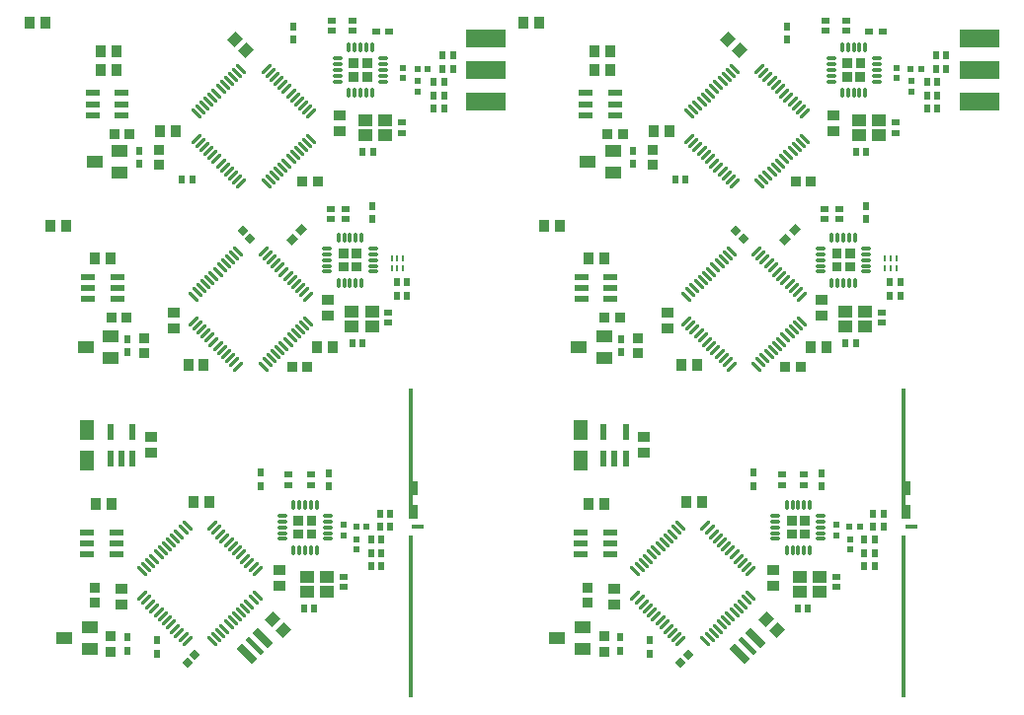
<source format=gtp>
G04*
G04 #@! TF.GenerationSoftware,Altium Limited,Altium Designer,22.10.1 (41)*
G04*
G04 Layer_Color=8421504*
%FSTAX24Y24*%
%MOIN*%
G70*
G04*
G04 #@! TF.SameCoordinates,68DEA821-BA8F-46B5-960C-AC53CEFB18E0*
G04*
G04*
G04 #@! TF.FilePolarity,Positive*
G04*
G01*
G75*
%ADD10R,0.0252X0.0236*%
G04:AMPARAMS|DCode=11|XSize=11.8mil|YSize=47.2mil|CornerRadius=0mil|HoleSize=0mil|Usage=FLASHONLY|Rotation=135.000|XOffset=0mil|YOffset=0mil|HoleType=Round|Shape=Round|*
%AMOVALD11*
21,1,0.0354,0.0118,0.0000,0.0000,225.0*
1,1,0.0118,0.0125,0.0125*
1,1,0.0118,-0.0125,-0.0125*
%
%ADD11OVALD11*%

G04:AMPARAMS|DCode=12|XSize=11.8mil|YSize=47.2mil|CornerRadius=0mil|HoleSize=0mil|Usage=FLASHONLY|Rotation=225.000|XOffset=0mil|YOffset=0mil|HoleType=Round|Shape=Round|*
%AMOVALD12*
21,1,0.0354,0.0118,0.0000,0.0000,315.0*
1,1,0.0118,-0.0125,0.0125*
1,1,0.0118,0.0125,-0.0125*
%
%ADD12OVALD12*%

%ADD13R,0.0236X0.0295*%
G04:AMPARAMS|DCode=14|XSize=47.6mil|YSize=23.2mil|CornerRadius=2.9mil|HoleSize=0mil|Usage=FLASHONLY|Rotation=0.000|XOffset=0mil|YOffset=0mil|HoleType=Round|Shape=RoundedRectangle|*
%AMROUNDEDRECTD14*
21,1,0.0476,0.0174,0,0,0.0*
21,1,0.0418,0.0232,0,0,0.0*
1,1,0.0058,0.0209,-0.0087*
1,1,0.0058,-0.0209,-0.0087*
1,1,0.0058,-0.0209,0.0087*
1,1,0.0058,0.0209,0.0087*
%
%ADD14ROUNDEDRECTD14*%
%ADD15R,0.0236X0.0252*%
%ADD16R,0.0394X0.0354*%
%ADD17R,0.0472X0.0394*%
%ADD18R,0.0197X0.0236*%
%ADD19R,0.0236X0.0197*%
%ADD20R,0.0354X0.0394*%
G04:AMPARAMS|DCode=21|XSize=23.6mil|YSize=74.8mil|CornerRadius=0mil|HoleSize=0mil|Usage=FLASHONLY|Rotation=45.000|XOffset=0mil|YOffset=0mil|HoleType=Round|Shape=Rectangle|*
%AMROTATEDRECTD21*
4,1,4,0.0181,-0.0348,-0.0348,0.0181,-0.0181,0.0348,0.0348,-0.0181,0.0181,-0.0348,0.0*
%
%ADD21ROTATEDRECTD21*%

G04:AMPARAMS|DCode=22|XSize=15.7mil|YSize=74.8mil|CornerRadius=0mil|HoleSize=0mil|Usage=FLASHONLY|Rotation=45.000|XOffset=0mil|YOffset=0mil|HoleType=Round|Shape=Rectangle|*
%AMROTATEDRECTD22*
4,1,4,0.0209,-0.0320,-0.0320,0.0209,-0.0209,0.0320,0.0320,-0.0209,0.0209,-0.0320,0.0*
%
%ADD22ROTATEDRECTD22*%

G04:AMPARAMS|DCode=23|XSize=39.4mil|YSize=35.4mil|CornerRadius=0mil|HoleSize=0mil|Usage=FLASHONLY|Rotation=45.000|XOffset=0mil|YOffset=0mil|HoleType=Round|Shape=Rectangle|*
%AMROTATEDRECTD23*
4,1,4,-0.0014,-0.0264,-0.0264,-0.0014,0.0014,0.0264,0.0264,0.0014,-0.0014,-0.0264,0.0*
%
%ADD23ROTATEDRECTD23*%

G04:AMPARAMS|DCode=24|XSize=25.2mil|YSize=23.6mil|CornerRadius=0mil|HoleSize=0mil|Usage=FLASHONLY|Rotation=135.000|XOffset=0mil|YOffset=0mil|HoleType=Round|Shape=Rectangle|*
%AMROTATEDRECTD24*
4,1,4,0.0173,-0.0006,0.0006,-0.0173,-0.0173,0.0006,-0.0006,0.0173,0.0173,-0.0006,0.0*
%
%ADD24ROTATEDRECTD24*%

%ADD25R,0.0374X0.0335*%
G04:AMPARAMS|DCode=26|XSize=31.9mil|YSize=10.2mil|CornerRadius=1.3mil|HoleSize=0mil|Usage=FLASHONLY|Rotation=90.000|XOffset=0mil|YOffset=0mil|HoleType=Round|Shape=RoundedRectangle|*
%AMROUNDEDRECTD26*
21,1,0.0319,0.0077,0,0,90.0*
21,1,0.0293,0.0102,0,0,90.0*
1,1,0.0026,0.0038,0.0147*
1,1,0.0026,0.0038,-0.0147*
1,1,0.0026,-0.0038,-0.0147*
1,1,0.0026,-0.0038,0.0147*
%
%ADD26ROUNDEDRECTD26*%
G04:AMPARAMS|DCode=27|XSize=31.9mil|YSize=10.2mil|CornerRadius=1.3mil|HoleSize=0mil|Usage=FLASHONLY|Rotation=0.000|XOffset=0mil|YOffset=0mil|HoleType=Round|Shape=RoundedRectangle|*
%AMROUNDEDRECTD27*
21,1,0.0319,0.0077,0,0,0.0*
21,1,0.0293,0.0102,0,0,0.0*
1,1,0.0026,0.0147,-0.0038*
1,1,0.0026,-0.0147,-0.0038*
1,1,0.0026,-0.0147,0.0038*
1,1,0.0026,0.0147,0.0038*
%
%ADD27ROUNDEDRECTD27*%
%ADD29R,0.0118X0.5512*%
%ADD30R,0.0394X0.0181*%
%ADD31R,0.0197X0.0472*%
%ADD32R,0.0118X0.4409*%
%ADD33R,0.0551X0.0394*%
%ADD34R,0.0236X0.0520*%
%ADD35R,0.0484X0.0709*%
%ADD46R,0.0295X0.0236*%
%ADD47R,0.1378X0.0591*%
%ADD48R,0.0335X0.0374*%
%ADD54R,0.0236X0.0295*%
%ADD55R,0.0252X0.0236*%
G04:AMPARAMS|DCode=56|XSize=47.6mil|YSize=23.2mil|CornerRadius=2.9mil|HoleSize=0mil|Usage=FLASHONLY|Rotation=360.000|XOffset=0mil|YOffset=0mil|HoleType=Round|Shape=RoundedRectangle|*
%AMROUNDEDRECTD56*
21,1,0.0476,0.0174,0,0,360.0*
21,1,0.0418,0.0232,0,0,360.0*
1,1,0.0058,0.0209,-0.0087*
1,1,0.0058,-0.0209,-0.0087*
1,1,0.0058,-0.0209,0.0087*
1,1,0.0058,0.0209,0.0087*
%
%ADD56ROUNDEDRECTD56*%
G04:AMPARAMS|DCode=57|XSize=31.9mil|YSize=10.2mil|CornerRadius=1.3mil|HoleSize=0mil|Usage=FLASHONLY|Rotation=360.000|XOffset=0mil|YOffset=0mil|HoleType=Round|Shape=RoundedRectangle|*
%AMROUNDEDRECTD57*
21,1,0.0319,0.0077,0,0,360.0*
21,1,0.0293,0.0102,0,0,360.0*
1,1,0.0026,0.0147,-0.0038*
1,1,0.0026,-0.0147,-0.0038*
1,1,0.0026,-0.0147,0.0038*
1,1,0.0026,0.0147,0.0038*
%
%ADD57ROUNDEDRECTD57*%
%ADD59R,0.0394X0.0354*%
%ADD60R,0.0098X0.0217*%
G04:AMPARAMS|DCode=61|XSize=23.6mil|YSize=29.5mil|CornerRadius=0mil|HoleSize=0mil|Usage=FLASHONLY|Rotation=315.000|XOffset=0mil|YOffset=0mil|HoleType=Round|Shape=Rectangle|*
%AMROTATEDRECTD61*
4,1,4,-0.0188,-0.0021,0.0021,0.0188,0.0188,0.0021,-0.0021,-0.0188,-0.0188,-0.0021,0.0*
%
%ADD61ROTATEDRECTD61*%

G04:AMPARAMS|DCode=62|XSize=25.2mil|YSize=23.6mil|CornerRadius=0mil|HoleSize=0mil|Usage=FLASHONLY|Rotation=45.000|XOffset=0mil|YOffset=0mil|HoleType=Round|Shape=Rectangle|*
%AMROTATEDRECTD62*
4,1,4,-0.0006,-0.0173,-0.0173,-0.0006,0.0006,0.0173,0.0173,0.0006,-0.0006,-0.0173,0.0*
%
%ADD62ROTATEDRECTD62*%

G36*
X03205Y025504D02*
X031727D01*
Y025826D01*
X03205D01*
Y025504D01*
D02*
G37*
G36*
X015397D02*
X015074D01*
Y025826D01*
X015397D01*
Y025504D01*
D02*
G37*
G36*
X032499Y025504D02*
X032177D01*
Y025826D01*
X032499D01*
Y025504D01*
D02*
G37*
G36*
X015846D02*
X015523D01*
Y025826D01*
X015846D01*
Y025504D01*
D02*
G37*
G36*
X032499Y025055D02*
X032176D01*
Y025378D01*
X032499D01*
Y025055D01*
D02*
G37*
G36*
X015846D02*
X015523D01*
Y025378D01*
X015846D01*
Y025055D01*
D02*
G37*
G36*
X03205Y025055D02*
X031727D01*
Y025378D01*
X03205D01*
Y025055D01*
D02*
G37*
G36*
X015397D02*
X015074D01*
Y025378D01*
X015397D01*
Y025055D01*
D02*
G37*
G36*
X0317Y019083D02*
X031377D01*
Y019406D01*
X0317D01*
Y019083D01*
D02*
G37*
G36*
X015047D02*
X014724D01*
Y019406D01*
X015047D01*
Y019083D01*
D02*
G37*
G36*
X032149Y019083D02*
X031827D01*
Y019406D01*
X032149D01*
Y019083D01*
D02*
G37*
G36*
X015496D02*
X015173D01*
Y019406D01*
X015496D01*
Y019083D01*
D02*
G37*
G36*
X032149Y018634D02*
X031826D01*
Y018957D01*
X032149D01*
Y018634D01*
D02*
G37*
G36*
X015496D02*
X015173D01*
Y018957D01*
X015496D01*
Y018634D01*
D02*
G37*
G36*
X0317Y018634D02*
X031377D01*
Y018957D01*
X0317D01*
Y018634D01*
D02*
G37*
G36*
X015047D02*
X014724D01*
Y018957D01*
X015047D01*
Y018634D01*
D02*
G37*
G36*
X030178Y01005D02*
X029854D01*
Y010373D01*
X030178D01*
Y01005D01*
D02*
G37*
G36*
X013524D02*
X013201D01*
Y010373D01*
X013524D01*
Y01005D01*
D02*
G37*
G36*
X030626Y01005D02*
X030304D01*
Y010373D01*
X030626D01*
Y01005D01*
D02*
G37*
G36*
X013973D02*
X01365D01*
Y010373D01*
X013973D01*
Y01005D01*
D02*
G37*
G36*
X030626Y009601D02*
X030304D01*
Y009924D01*
X030626D01*
Y009601D01*
D02*
G37*
G36*
X013973D02*
X01365D01*
Y009924D01*
X013973D01*
Y009601D01*
D02*
G37*
G36*
X030178Y009601D02*
X029855D01*
Y009924D01*
X030178D01*
Y009601D01*
D02*
G37*
G36*
X013524D02*
X013201D01*
Y009924D01*
X013524D01*
Y009601D01*
D02*
G37*
D10*
X029691Y01176D02*
D03*
Y011414D02*
D03*
X031541Y00831D02*
D03*
Y007964D02*
D03*
X030441Y011414D02*
D03*
Y01176D02*
D03*
X013037D02*
D03*
Y011414D02*
D03*
X014887Y00831D02*
D03*
Y007964D02*
D03*
X013787Y011414D02*
D03*
Y01176D02*
D03*
X01521Y027114D02*
D03*
Y026767D02*
D03*
X01451Y027114D02*
D03*
Y026767D02*
D03*
X01686Y023317D02*
D03*
Y023664D02*
D03*
X033513Y023317D02*
D03*
Y023664D02*
D03*
X01496Y020397D02*
D03*
Y020743D02*
D03*
X01446Y020397D02*
D03*
Y020743D02*
D03*
X01641Y016897D02*
D03*
Y017243D02*
D03*
X033063Y016897D02*
D03*
Y017243D02*
D03*
D11*
X026273Y006138D02*
D03*
X026134Y006277D02*
D03*
X025995Y006417D02*
D03*
X025855Y006556D02*
D03*
X025716Y006695D02*
D03*
X025577Y006834D02*
D03*
X025438Y006973D02*
D03*
X025299Y007113D02*
D03*
X025159Y007252D02*
D03*
X02502Y007391D02*
D03*
X024881Y00753D02*
D03*
X024742Y007669D02*
D03*
X027108Y010036D02*
D03*
X027247Y009897D02*
D03*
X027387Y009757D02*
D03*
X027526Y009618D02*
D03*
X027665Y009479D02*
D03*
X027804Y00934D02*
D03*
X027943Y009201D02*
D03*
X028082Y009061D02*
D03*
X028222Y008922D02*
D03*
X028361Y008783D02*
D03*
X0285Y008644D02*
D03*
X028639Y008505D02*
D03*
X009619Y006138D02*
D03*
X00948Y006277D02*
D03*
X009341Y006417D02*
D03*
X009202Y006556D02*
D03*
X009063Y006695D02*
D03*
X008923Y006834D02*
D03*
X008784Y006973D02*
D03*
X008645Y007113D02*
D03*
X008506Y007252D02*
D03*
X008367Y007391D02*
D03*
X008227Y00753D02*
D03*
X008088Y007669D02*
D03*
X010455Y010036D02*
D03*
X010594Y009897D02*
D03*
X010733Y009757D02*
D03*
X010872Y009618D02*
D03*
X011011Y009479D02*
D03*
X011151Y00934D02*
D03*
X01129Y009201D02*
D03*
X011429Y009061D02*
D03*
X011568Y008922D02*
D03*
X011707Y008783D02*
D03*
X011847Y008644D02*
D03*
X011986Y008505D02*
D03*
X013809Y023958D02*
D03*
X013669Y024097D02*
D03*
X01353Y024237D02*
D03*
X013391Y024376D02*
D03*
X013252Y024515D02*
D03*
X013113Y024654D02*
D03*
X012973Y024793D02*
D03*
X012834Y024932D02*
D03*
X012695Y025072D02*
D03*
X012556Y025211D02*
D03*
X012417Y02535D02*
D03*
X012277Y025489D02*
D03*
X009911Y023123D02*
D03*
X01005Y022984D02*
D03*
X01019Y022845D02*
D03*
X010329Y022705D02*
D03*
X010468Y022566D02*
D03*
X010607Y022427D02*
D03*
X010746Y022288D02*
D03*
X010886Y022149D02*
D03*
X011025Y022009D02*
D03*
X011164Y02187D02*
D03*
X011303Y021731D02*
D03*
X011442Y021592D02*
D03*
X030462Y023958D02*
D03*
X030323Y024097D02*
D03*
X030184Y024237D02*
D03*
X030045Y024376D02*
D03*
X029905Y024515D02*
D03*
X029766Y024654D02*
D03*
X029627Y024793D02*
D03*
X029488Y024932D02*
D03*
X029349Y025072D02*
D03*
X029209Y025211D02*
D03*
X02907Y02535D02*
D03*
X028931Y025489D02*
D03*
X026565Y023123D02*
D03*
X026704Y022984D02*
D03*
X026843Y022845D02*
D03*
X026982Y022705D02*
D03*
X027122Y022566D02*
D03*
X027261Y022427D02*
D03*
X0274Y022288D02*
D03*
X027539Y022149D02*
D03*
X027678Y022009D02*
D03*
X027817Y02187D02*
D03*
X027957Y021731D02*
D03*
X028096Y021592D02*
D03*
X011342Y015421D02*
D03*
X011203Y015561D02*
D03*
X011064Y0157D02*
D03*
X010925Y015839D02*
D03*
X010786Y015978D02*
D03*
X010646Y016117D02*
D03*
X010507Y016257D02*
D03*
X010368Y016396D02*
D03*
X010229Y016535D02*
D03*
X01009Y016674D02*
D03*
X00995Y016813D02*
D03*
X009811Y016952D02*
D03*
X012177Y019319D02*
D03*
X012317Y01918D02*
D03*
X012456Y01904D02*
D03*
X012595Y018901D02*
D03*
X012734Y018762D02*
D03*
X012873Y018623D02*
D03*
X013013Y018484D02*
D03*
X013152Y018344D02*
D03*
X013291Y018205D02*
D03*
X01343Y018066D02*
D03*
X013569Y017927D02*
D03*
X013709Y017788D02*
D03*
X027996Y015421D02*
D03*
X027857Y015561D02*
D03*
X027717Y0157D02*
D03*
X027578Y015839D02*
D03*
X027439Y015978D02*
D03*
X0273Y016117D02*
D03*
X027161Y016257D02*
D03*
X027022Y016396D02*
D03*
X026882Y016535D02*
D03*
X026743Y016674D02*
D03*
X026604Y016813D02*
D03*
X026465Y016952D02*
D03*
X028831Y019319D02*
D03*
X02897Y01918D02*
D03*
X029109Y01904D02*
D03*
X029249Y018901D02*
D03*
X029388Y018762D02*
D03*
X029527Y018623D02*
D03*
X029666Y018484D02*
D03*
X029805Y018344D02*
D03*
X029945Y018205D02*
D03*
X030084Y018066D02*
D03*
X030223Y017927D02*
D03*
X030362Y017788D02*
D03*
D12*
X024742Y008505D02*
D03*
X024881Y008644D02*
D03*
X02502Y008783D02*
D03*
X025159Y008922D02*
D03*
X025299Y009061D02*
D03*
X025438Y009201D02*
D03*
X025577Y00934D02*
D03*
X025716Y009479D02*
D03*
X025855Y009618D02*
D03*
X025995Y009757D02*
D03*
X026134Y009897D02*
D03*
X026273Y010036D02*
D03*
X028639Y007669D02*
D03*
X0285Y00753D02*
D03*
X028361Y007391D02*
D03*
X028222Y007252D02*
D03*
X028082Y007113D02*
D03*
X027943Y006973D02*
D03*
X027804Y006834D02*
D03*
X027665Y006695D02*
D03*
X027526Y006556D02*
D03*
X027387Y006417D02*
D03*
X027247Y006277D02*
D03*
X027108Y006138D02*
D03*
X008088Y008505D02*
D03*
X008227Y008644D02*
D03*
X008367Y008783D02*
D03*
X008506Y008922D02*
D03*
X008645Y009061D02*
D03*
X008784Y009201D02*
D03*
X008923Y00934D02*
D03*
X009063Y009479D02*
D03*
X009202Y009618D02*
D03*
X009341Y009757D02*
D03*
X00948Y009897D02*
D03*
X009619Y010036D02*
D03*
X011986Y007669D02*
D03*
X011847Y00753D02*
D03*
X011707Y007391D02*
D03*
X011568Y007252D02*
D03*
X011429Y007113D02*
D03*
X01129Y006973D02*
D03*
X011151Y006834D02*
D03*
X011011Y006695D02*
D03*
X010872Y006556D02*
D03*
X010733Y006417D02*
D03*
X010594Y006277D02*
D03*
X010455Y006138D02*
D03*
X012277Y021592D02*
D03*
X012417Y021731D02*
D03*
X012556Y02187D02*
D03*
X012695Y022009D02*
D03*
X012834Y022149D02*
D03*
X012973Y022288D02*
D03*
X013113Y022427D02*
D03*
X013252Y022566D02*
D03*
X013391Y022705D02*
D03*
X01353Y022845D02*
D03*
X013669Y022984D02*
D03*
X013809Y023123D02*
D03*
X011442Y025489D02*
D03*
X011303Y02535D02*
D03*
X011164Y025211D02*
D03*
X011025Y025072D02*
D03*
X010886Y024932D02*
D03*
X010746Y024793D02*
D03*
X010607Y024654D02*
D03*
X010468Y024515D02*
D03*
X010329Y024376D02*
D03*
X01019Y024237D02*
D03*
X01005Y024097D02*
D03*
X009911Y023958D02*
D03*
X028931Y021592D02*
D03*
X02907Y021731D02*
D03*
X029209Y02187D02*
D03*
X029349Y022009D02*
D03*
X029488Y022149D02*
D03*
X029627Y022288D02*
D03*
X029766Y022427D02*
D03*
X029905Y022566D02*
D03*
X030045Y022705D02*
D03*
X030184Y022845D02*
D03*
X030323Y022984D02*
D03*
X030462Y023123D02*
D03*
X028096Y025489D02*
D03*
X027957Y02535D02*
D03*
X027817Y025211D02*
D03*
X027678Y025072D02*
D03*
X027539Y024932D02*
D03*
X0274Y024793D02*
D03*
X027261Y024654D02*
D03*
X027122Y024515D02*
D03*
X026982Y024376D02*
D03*
X026843Y024237D02*
D03*
X026704Y024097D02*
D03*
X026565Y023958D02*
D03*
X009811Y017788D02*
D03*
X00995Y017927D02*
D03*
X01009Y018066D02*
D03*
X010229Y018205D02*
D03*
X010368Y018344D02*
D03*
X010507Y018484D02*
D03*
X010646Y018623D02*
D03*
X010786Y018762D02*
D03*
X010925Y018901D02*
D03*
X011064Y01904D02*
D03*
X011203Y01918D02*
D03*
X011342Y019319D02*
D03*
X013709Y016952D02*
D03*
X013569Y016813D02*
D03*
X01343Y016674D02*
D03*
X013291Y016535D02*
D03*
X013152Y016396D02*
D03*
X013013Y016257D02*
D03*
X012873Y016117D02*
D03*
X012734Y015978D02*
D03*
X012595Y015839D02*
D03*
X012456Y0157D02*
D03*
X012317Y015561D02*
D03*
X012177Y015421D02*
D03*
X026465Y017788D02*
D03*
X026604Y017927D02*
D03*
X026743Y018066D02*
D03*
X026882Y018205D02*
D03*
X027022Y018344D02*
D03*
X027161Y018484D02*
D03*
X0273Y018623D02*
D03*
X027439Y018762D02*
D03*
X027578Y018901D02*
D03*
X027717Y01904D02*
D03*
X027857Y01918D02*
D03*
X027996Y019319D02*
D03*
X030362Y016952D02*
D03*
X030223Y016813D02*
D03*
X030084Y016674D02*
D03*
X029945Y016535D02*
D03*
X029805Y016396D02*
D03*
X029666Y016257D02*
D03*
X029527Y016117D02*
D03*
X029388Y015978D02*
D03*
X029249Y015839D02*
D03*
X029109Y0157D02*
D03*
X02897Y015561D02*
D03*
X028831Y015421D02*
D03*
D13*
X024241Y005811D02*
D03*
Y006263D02*
D03*
X031041Y011813D02*
D03*
Y011361D02*
D03*
X025241Y005711D02*
D03*
Y006163D02*
D03*
X028741Y011841D02*
D03*
Y011388D02*
D03*
X007587Y005811D02*
D03*
Y006263D02*
D03*
X014387Y011813D02*
D03*
Y011361D02*
D03*
X008587Y005711D02*
D03*
Y006163D02*
D03*
X012087Y011841D02*
D03*
Y011388D02*
D03*
X01321Y026464D02*
D03*
Y026917D02*
D03*
X00801Y022264D02*
D03*
X00801Y022717D02*
D03*
X024663Y022264D02*
D03*
X024663Y022717D02*
D03*
X01586Y020394D02*
D03*
Y020846D02*
D03*
X00761Y016346D02*
D03*
Y015894D02*
D03*
X024263Y016346D02*
D03*
Y015894D02*
D03*
D14*
X023885Y009063D02*
D03*
Y009811D02*
D03*
X022896D02*
D03*
Y009437D02*
D03*
Y009063D02*
D03*
X023885Y009437D02*
D03*
X007231Y009063D02*
D03*
Y009811D02*
D03*
X006243D02*
D03*
Y009437D02*
D03*
Y009063D02*
D03*
X007231Y009437D02*
D03*
X006416Y024665D02*
D03*
Y024291D02*
D03*
Y023917D02*
D03*
X007404D02*
D03*
Y024291D02*
D03*
Y024665D02*
D03*
X006266Y018444D02*
D03*
X007254D02*
D03*
Y01807D02*
D03*
Y017696D02*
D03*
X006266D02*
D03*
Y01807D02*
D03*
D15*
X032467Y008665D02*
D03*
X032814D02*
D03*
X032767Y010437D02*
D03*
X033114D02*
D03*
X032767Y010015D02*
D03*
X033114D02*
D03*
X030217Y007237D02*
D03*
X030564D02*
D03*
X032467Y009115D02*
D03*
X032814D02*
D03*
X032467Y009565D02*
D03*
X032814D02*
D03*
X015814Y008665D02*
D03*
X01616D02*
D03*
X016114Y010437D02*
D03*
X01646D02*
D03*
X016114Y010015D02*
D03*
X01646D02*
D03*
X013564Y007237D02*
D03*
X01391D02*
D03*
X015814Y009115D02*
D03*
X01616D02*
D03*
X015814Y009565D02*
D03*
X01616D02*
D03*
X015883Y022691D02*
D03*
X015537D02*
D03*
X018283Y024141D02*
D03*
X017937D02*
D03*
X018283Y024591D02*
D03*
X017937D02*
D03*
X018283Y025041D02*
D03*
X017937D02*
D03*
X018583Y025941D02*
D03*
X018237D02*
D03*
X018583Y025491D02*
D03*
X018237D02*
D03*
X009437Y021741D02*
D03*
X009783D02*
D03*
X032537Y022691D02*
D03*
X03219D02*
D03*
X034937Y024141D02*
D03*
X03459D02*
D03*
X034937Y024591D02*
D03*
X03459D02*
D03*
X034937Y025041D02*
D03*
X03459D02*
D03*
X035237Y025941D02*
D03*
X03489D02*
D03*
X035237Y025491D02*
D03*
X03489D02*
D03*
X02609Y021741D02*
D03*
X026437D02*
D03*
X017033Y01827D02*
D03*
X016687D02*
D03*
X017033Y01782D02*
D03*
X016687D02*
D03*
X015533Y01622D02*
D03*
X015187D02*
D03*
X033687Y01827D02*
D03*
X03334D02*
D03*
X033687Y01782D02*
D03*
X03334D02*
D03*
X032187Y01622D02*
D03*
X03184D02*
D03*
D16*
X029391Y008553D02*
D03*
Y008021D02*
D03*
X024041Y007903D02*
D03*
Y007371D02*
D03*
X025041Y013031D02*
D03*
Y012499D02*
D03*
X012737Y008553D02*
D03*
Y008021D02*
D03*
X007387Y007903D02*
D03*
Y007371D02*
D03*
X008387Y013031D02*
D03*
Y012499D02*
D03*
X01476Y023906D02*
D03*
Y023375D02*
D03*
X01436Y017154D02*
D03*
Y017686D02*
D03*
X00916Y016704D02*
D03*
Y017236D02*
D03*
D17*
X030975Y008321D02*
D03*
X030306D02*
D03*
Y007809D02*
D03*
X030975D02*
D03*
X014322Y008321D02*
D03*
X013652D02*
D03*
Y007809D02*
D03*
X014322D02*
D03*
X016295Y023235D02*
D03*
X015625D02*
D03*
Y023746D02*
D03*
X016295D02*
D03*
X032948Y023235D02*
D03*
X032279D02*
D03*
Y023746D02*
D03*
X032948D02*
D03*
X015845Y016764D02*
D03*
X015175D02*
D03*
Y017276D02*
D03*
X015845D02*
D03*
X032498Y016764D02*
D03*
X031829D02*
D03*
Y017276D02*
D03*
X032498D02*
D03*
D18*
X031967Y010015D02*
D03*
X032314D02*
D03*
X015314D02*
D03*
X01566D02*
D03*
X017733Y025491D02*
D03*
X017387D02*
D03*
X034387D02*
D03*
X03404D02*
D03*
D19*
X031541Y009714D02*
D03*
Y01006D02*
D03*
X031991Y009588D02*
D03*
Y009242D02*
D03*
X014887Y009714D02*
D03*
Y01006D02*
D03*
X015337Y009588D02*
D03*
Y009242D02*
D03*
X01741Y024717D02*
D03*
Y025064D02*
D03*
X01691Y025514D02*
D03*
Y025167D02*
D03*
X034063Y024717D02*
D03*
Y025064D02*
D03*
X033563Y025514D02*
D03*
Y025167D02*
D03*
D20*
X027006Y010837D02*
D03*
X026475D02*
D03*
X023706Y010787D02*
D03*
X023175D02*
D03*
X010353Y010837D02*
D03*
X009821D02*
D03*
X007053Y010787D02*
D03*
X006521D02*
D03*
X008694Y023391D02*
D03*
X009226D02*
D03*
X004294Y027041D02*
D03*
X004826D02*
D03*
X006694Y025441D02*
D03*
X007226D02*
D03*
Y026091D02*
D03*
X006694D02*
D03*
X025348Y023391D02*
D03*
X025879D02*
D03*
X020948Y027041D02*
D03*
X021479D02*
D03*
X023348Y025441D02*
D03*
X023879D02*
D03*
Y026091D02*
D03*
X023348D02*
D03*
X013994Y01607D02*
D03*
X014526D02*
D03*
X009644Y01547D02*
D03*
X010176D02*
D03*
X006494Y01907D02*
D03*
X007026D02*
D03*
X005526Y02017D02*
D03*
X004994D02*
D03*
X030648Y01607D02*
D03*
X031179D02*
D03*
X026298Y01547D02*
D03*
X026829D02*
D03*
X023148Y01907D02*
D03*
X023679D02*
D03*
X022179Y02017D02*
D03*
X021648D02*
D03*
D21*
X028805Y006251D02*
D03*
X028276Y005723D02*
D03*
X012151Y006251D02*
D03*
X011623Y005723D02*
D03*
D22*
X028541Y005987D02*
D03*
X011887D02*
D03*
D23*
X029153Y006875D02*
D03*
X029528Y006499D02*
D03*
X012499Y006875D02*
D03*
X012875Y006499D02*
D03*
X011222Y026478D02*
D03*
X011598Y026103D02*
D03*
X027876Y026478D02*
D03*
X028251Y026103D02*
D03*
D24*
X026513Y005659D02*
D03*
X026268Y005415D02*
D03*
X009859Y005659D02*
D03*
X009615Y005415D02*
D03*
D25*
X023691Y006293D02*
D03*
Y005781D02*
D03*
X023141Y007431D02*
D03*
Y007943D02*
D03*
X007037Y006293D02*
D03*
Y005781D02*
D03*
X006487Y007431D02*
D03*
Y007943D02*
D03*
X00866Y022235D02*
D03*
Y022746D02*
D03*
X025313Y022235D02*
D03*
Y022746D02*
D03*
X00816Y016376D02*
D03*
Y015864D02*
D03*
X024813Y016376D02*
D03*
Y015864D02*
D03*
D26*
X029847Y009219D02*
D03*
X030044D02*
D03*
X030241D02*
D03*
X030437D02*
D03*
X030634D02*
D03*
Y010755D02*
D03*
X030437D02*
D03*
X030241D02*
D03*
X030044D02*
D03*
X029847D02*
D03*
X013193Y009219D02*
D03*
X01339D02*
D03*
X013587D02*
D03*
X013784D02*
D03*
X013981D02*
D03*
Y010755D02*
D03*
X013784D02*
D03*
X013587D02*
D03*
X01339D02*
D03*
X013193D02*
D03*
X015066Y024673D02*
D03*
X015263D02*
D03*
X01546D02*
D03*
X015657D02*
D03*
X015854D02*
D03*
Y026208D02*
D03*
X015657D02*
D03*
X01546D02*
D03*
X015263D02*
D03*
X015066D02*
D03*
X03172Y024673D02*
D03*
X031917D02*
D03*
X032113D02*
D03*
X03231D02*
D03*
X032507D02*
D03*
Y026208D02*
D03*
X03231D02*
D03*
X032113D02*
D03*
X031917D02*
D03*
X03172D02*
D03*
X014716Y019788D02*
D03*
X014913D02*
D03*
X01511D02*
D03*
X015307D02*
D03*
X015504D02*
D03*
Y018252D02*
D03*
X015307D02*
D03*
X01511D02*
D03*
X014913D02*
D03*
X014716D02*
D03*
X03137Y019788D02*
D03*
X031567D02*
D03*
X031763D02*
D03*
X03196D02*
D03*
X032157D02*
D03*
Y018252D02*
D03*
X03196D02*
D03*
X031763D02*
D03*
X031567D02*
D03*
X03137D02*
D03*
D27*
X029473Y010381D02*
D03*
Y010184D02*
D03*
Y009987D02*
D03*
Y00979D02*
D03*
Y009593D02*
D03*
X031008D02*
D03*
Y00979D02*
D03*
Y009987D02*
D03*
Y010184D02*
D03*
Y010381D02*
D03*
X012819D02*
D03*
Y010184D02*
D03*
Y009987D02*
D03*
Y00979D02*
D03*
Y009593D02*
D03*
X014355D02*
D03*
Y00979D02*
D03*
Y009987D02*
D03*
Y010184D02*
D03*
Y010381D02*
D03*
X014692Y025834D02*
D03*
Y025637D02*
D03*
Y025441D02*
D03*
Y025244D02*
D03*
Y025047D02*
D03*
X016228D02*
D03*
Y025244D02*
D03*
Y025441D02*
D03*
Y025637D02*
D03*
Y025834D02*
D03*
X015878Y019414D02*
D03*
Y019217D02*
D03*
Y01902D02*
D03*
Y018823D02*
D03*
Y018626D02*
D03*
X014342D02*
D03*
Y018823D02*
D03*
Y01902D02*
D03*
Y019217D02*
D03*
Y019414D02*
D03*
D29*
X033797Y006973D02*
D03*
X017144D02*
D03*
D30*
X034051Y010004D02*
D03*
X017398D02*
D03*
D31*
X033941Y011296D02*
D03*
Y010508D02*
D03*
X017287Y011296D02*
D03*
Y010508D02*
D03*
D32*
X033797Y012477D02*
D03*
X017144D02*
D03*
D33*
X022107Y006237D02*
D03*
X022974Y006611D02*
D03*
Y005863D02*
D03*
X005454Y006237D02*
D03*
X00632Y006611D02*
D03*
Y005863D02*
D03*
X007343Y021967D02*
D03*
Y022715D02*
D03*
X006477Y022341D02*
D03*
X023997Y021967D02*
D03*
Y022715D02*
D03*
X02313Y022341D02*
D03*
X007043Y015696D02*
D03*
Y016444D02*
D03*
X006177Y01607D02*
D03*
X023697Y015696D02*
D03*
Y016444D02*
D03*
X02283Y01607D02*
D03*
D34*
X023667Y012312D02*
D03*
X024041D02*
D03*
X024415D02*
D03*
Y013218D02*
D03*
X023667D02*
D03*
X007013Y012312D02*
D03*
X007387D02*
D03*
X007761D02*
D03*
Y013218D02*
D03*
X007013D02*
D03*
D35*
X022891Y013281D02*
D03*
Y012249D02*
D03*
X006237Y013281D02*
D03*
Y012249D02*
D03*
D46*
X015984Y026741D02*
D03*
X016436D02*
D03*
X032637D02*
D03*
X03309D02*
D03*
D47*
X01971Y026504D02*
D03*
Y024378D02*
D03*
Y025441D02*
D03*
Y026504D02*
D03*
Y024378D02*
D03*
X036363Y026504D02*
D03*
Y024378D02*
D03*
Y025441D02*
D03*
Y026504D02*
D03*
Y024378D02*
D03*
D48*
X007666Y023291D02*
D03*
X007154D02*
D03*
X013504Y021691D02*
D03*
X014016D02*
D03*
X024319Y023291D02*
D03*
X023808D02*
D03*
X030158Y021691D02*
D03*
X030669D02*
D03*
X013666Y01542D02*
D03*
X013154D02*
D03*
X007566Y01707D02*
D03*
X007054D02*
D03*
X030319Y01542D02*
D03*
X029808D02*
D03*
X024219Y01707D02*
D03*
X023708D02*
D03*
D54*
X029863Y026464D02*
D03*
Y026917D02*
D03*
X032513Y020394D02*
D03*
Y020846D02*
D03*
D55*
X031863Y027114D02*
D03*
Y026767D02*
D03*
X031163Y027114D02*
D03*
Y026767D02*
D03*
X031613Y020397D02*
D03*
Y020743D02*
D03*
X031113Y020397D02*
D03*
Y020743D02*
D03*
D56*
X023069Y024665D02*
D03*
Y024291D02*
D03*
Y023917D02*
D03*
X024058D02*
D03*
Y024291D02*
D03*
Y024665D02*
D03*
X022919Y018444D02*
D03*
X023908D02*
D03*
Y01807D02*
D03*
Y017696D02*
D03*
X022919D02*
D03*
Y01807D02*
D03*
D57*
X031346Y025834D02*
D03*
Y025637D02*
D03*
Y025441D02*
D03*
Y025244D02*
D03*
Y025047D02*
D03*
X032881D02*
D03*
Y025244D02*
D03*
Y025441D02*
D03*
Y025637D02*
D03*
Y025834D02*
D03*
X032531Y019414D02*
D03*
Y019217D02*
D03*
Y01902D02*
D03*
Y018823D02*
D03*
Y018626D02*
D03*
X030996D02*
D03*
Y018823D02*
D03*
Y01902D02*
D03*
Y019217D02*
D03*
Y019414D02*
D03*
D59*
X031413Y023906D02*
D03*
Y023375D02*
D03*
X031013Y017154D02*
D03*
Y017686D02*
D03*
X025813Y016704D02*
D03*
Y017236D02*
D03*
D60*
X016513Y018753D02*
D03*
Y019087D02*
D03*
X016907Y018753D02*
D03*
Y019087D02*
D03*
X01671Y018753D02*
D03*
Y019087D02*
D03*
X033167Y018753D02*
D03*
Y019087D02*
D03*
X03356Y018753D02*
D03*
Y019087D02*
D03*
X033363Y018753D02*
D03*
Y019087D02*
D03*
D61*
X01347Y02003D02*
D03*
X01315Y01971D02*
D03*
X030124Y02003D02*
D03*
X029803Y01971D02*
D03*
D62*
X011732Y019748D02*
D03*
X011487Y019993D02*
D03*
X028386Y019748D02*
D03*
X028141Y019993D02*
D03*
M02*

</source>
